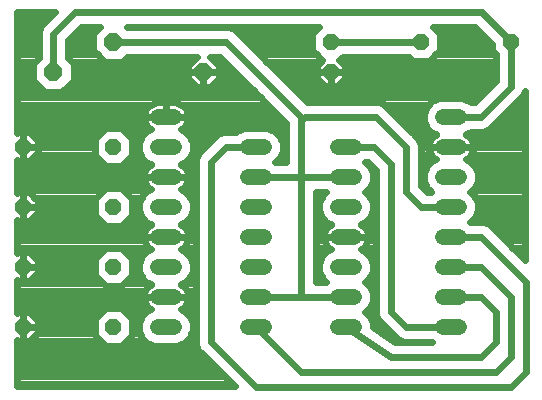
<source format=gbl>
G75*
%MOIN*%
%OFA0B0*%
%FSLAX24Y24*%
%IPPOS*%
%LPD*%
%AMOC8*
5,1,8,0,0,1.08239X$1,22.5*
%
%ADD10C,0.0520*%
%ADD11OC8,0.0520*%
%ADD12OC8,0.0600*%
%ADD13C,0.0240*%
D10*
X005460Y002720D02*
X005980Y002720D01*
X005980Y003720D02*
X005460Y003720D01*
X005460Y004720D02*
X005980Y004720D01*
X005980Y005720D02*
X005460Y005720D01*
X005460Y006720D02*
X005980Y006720D01*
X005980Y007720D02*
X005460Y007720D01*
X005460Y008720D02*
X005980Y008720D01*
X005980Y009720D02*
X005460Y009720D01*
X008460Y008720D02*
X008980Y008720D01*
X008980Y007720D02*
X008460Y007720D01*
X008460Y006720D02*
X008980Y006720D01*
X008980Y005720D02*
X008460Y005720D01*
X008460Y004720D02*
X008980Y004720D01*
X008980Y003720D02*
X008460Y003720D01*
X008460Y002720D02*
X008980Y002720D01*
X011460Y002720D02*
X011980Y002720D01*
X011980Y003720D02*
X011460Y003720D01*
X011460Y004720D02*
X011980Y004720D01*
X011980Y005720D02*
X011460Y005720D01*
X011460Y006720D02*
X011980Y006720D01*
X011980Y007720D02*
X011460Y007720D01*
X011460Y008720D02*
X011980Y008720D01*
X014960Y008720D02*
X015480Y008720D01*
X015480Y007720D02*
X014960Y007720D01*
X014960Y006720D02*
X015480Y006720D01*
X015480Y005720D02*
X014960Y005720D01*
X014960Y004720D02*
X015480Y004720D01*
X015480Y003720D02*
X014960Y003720D01*
X014960Y002720D02*
X015480Y002720D01*
X015480Y009720D02*
X014960Y009720D01*
D11*
X014220Y012220D03*
X017220Y012220D03*
X011220Y012220D03*
X011220Y011220D03*
X003970Y008720D03*
X003970Y006720D03*
X003970Y004720D03*
X003970Y002720D03*
X000970Y002720D03*
X000970Y004720D03*
X000970Y006720D03*
X000970Y008720D03*
D12*
X001970Y011220D03*
X003970Y012220D03*
X006970Y011220D03*
D13*
X000740Y002271D02*
X000740Y000740D01*
X008007Y000740D01*
X006805Y001942D01*
X006730Y002123D01*
X006730Y008317D01*
X006805Y008498D01*
X007442Y009135D01*
X007623Y009210D01*
X008059Y009210D01*
X008103Y009254D01*
X008335Y009350D01*
X009105Y009350D01*
X009337Y009254D01*
X009514Y009077D01*
X009610Y008845D01*
X009610Y008595D01*
X009514Y008363D01*
X009371Y008220D01*
X009381Y008210D01*
X009730Y008210D01*
X009730Y009517D01*
X007517Y011730D01*
X007195Y011730D01*
X007490Y011435D01*
X007490Y011220D01*
X006970Y011220D01*
X006970Y011220D01*
X007490Y011220D01*
X007490Y011005D01*
X007185Y010700D01*
X006970Y010700D01*
X006970Y011220D01*
X006970Y011220D01*
X006970Y011220D01*
X006450Y011220D01*
X006450Y011435D01*
X006745Y011730D01*
X004428Y011730D01*
X004248Y011550D01*
X003692Y011550D01*
X003300Y011942D01*
X003300Y012498D01*
X003512Y012710D01*
X002903Y012710D01*
X002460Y012267D01*
X002460Y011678D01*
X002640Y011498D01*
X002640Y010942D01*
X002248Y010550D01*
X001692Y010550D01*
X001300Y010942D01*
X001300Y011498D01*
X001480Y011678D01*
X001480Y012567D01*
X001555Y012748D01*
X002007Y013200D01*
X000740Y013200D01*
X000740Y009169D01*
X000771Y009200D01*
X000970Y009200D01*
X000970Y008720D01*
X000970Y008720D01*
X001450Y008720D01*
X001450Y008919D01*
X001169Y009200D01*
X000970Y009200D01*
X000970Y008720D01*
X000970Y008720D01*
X001450Y008720D01*
X001450Y008521D01*
X001169Y008240D01*
X000970Y008240D01*
X000970Y008720D01*
X000970Y008720D01*
X000970Y008240D01*
X000771Y008240D01*
X000740Y008271D01*
X000740Y007169D01*
X000771Y007200D01*
X000970Y007200D01*
X000970Y006720D01*
X000970Y006720D01*
X001450Y006720D01*
X001450Y006919D01*
X001169Y007200D01*
X000970Y007200D01*
X000970Y006720D01*
X000970Y006720D01*
X001450Y006720D01*
X001450Y006521D01*
X001169Y006240D01*
X000970Y006240D01*
X000970Y006720D01*
X000970Y006720D01*
X000970Y006240D01*
X000771Y006240D01*
X000740Y006271D01*
X000740Y005169D01*
X000771Y005200D01*
X000970Y005200D01*
X000970Y004720D01*
X000970Y004720D01*
X001450Y004720D01*
X001450Y004919D01*
X001169Y005200D01*
X000970Y005200D01*
X000970Y004720D01*
X000970Y004720D01*
X001450Y004720D01*
X001450Y004521D01*
X001169Y004240D01*
X000970Y004240D01*
X000970Y004720D01*
X000970Y004720D01*
X000970Y004240D01*
X000771Y004240D01*
X000740Y004271D01*
X000740Y003169D01*
X000771Y003200D01*
X000970Y003200D01*
X000970Y002720D01*
X000970Y002720D01*
X001450Y002720D01*
X001450Y002919D01*
X001169Y003200D01*
X000970Y003200D01*
X000970Y002720D01*
X000970Y002720D01*
X001450Y002720D01*
X001450Y002521D01*
X001169Y002240D01*
X000970Y002240D01*
X000970Y002720D01*
X000970Y002720D01*
X000970Y002240D01*
X000771Y002240D01*
X000740Y002271D01*
X000740Y002260D02*
X000751Y002260D01*
X000970Y002260D02*
X000970Y002260D01*
X001189Y002260D02*
X003539Y002260D01*
X003709Y002090D02*
X003340Y002459D01*
X003340Y002981D01*
X003709Y003350D01*
X004231Y003350D01*
X004600Y002981D01*
X004600Y002459D01*
X004231Y002090D01*
X003709Y002090D01*
X003340Y002499D02*
X001427Y002499D01*
X001450Y002737D02*
X003340Y002737D01*
X003340Y002976D02*
X001393Y002976D01*
X000970Y002976D02*
X000970Y002976D01*
X000740Y003214D02*
X003573Y003214D01*
X004367Y003214D02*
X005063Y003214D01*
X005103Y003254D02*
X004926Y003077D01*
X004830Y002845D01*
X004830Y002595D01*
X004926Y002363D01*
X005103Y002186D01*
X005335Y002090D01*
X006105Y002090D01*
X006337Y002186D01*
X006514Y002363D01*
X006610Y002595D01*
X006610Y002845D01*
X006514Y003077D01*
X006337Y003254D01*
X006219Y003303D01*
X006232Y003309D01*
X006293Y003354D01*
X006346Y003407D01*
X006391Y003468D01*
X006425Y003536D01*
X006448Y003608D01*
X006460Y003682D01*
X006460Y003720D01*
X006460Y003758D01*
X006448Y003832D01*
X006425Y003904D01*
X006391Y003972D01*
X006346Y004033D01*
X006293Y004086D01*
X006232Y004131D01*
X006219Y004137D01*
X006337Y004186D01*
X006514Y004363D01*
X006610Y004595D01*
X006610Y004845D01*
X006514Y005077D01*
X006337Y005254D01*
X006219Y005303D01*
X006232Y005309D01*
X006293Y005354D01*
X006346Y005407D01*
X006391Y005468D01*
X006425Y005536D01*
X006448Y005608D01*
X006460Y005682D01*
X006460Y005720D01*
X006460Y005758D01*
X006448Y005832D01*
X006425Y005904D01*
X006391Y005972D01*
X006346Y006033D01*
X006293Y006086D01*
X006232Y006131D01*
X006219Y006137D01*
X006337Y006186D01*
X006514Y006363D01*
X006610Y006595D01*
X006610Y006845D01*
X006514Y007077D01*
X006337Y007254D01*
X006219Y007303D01*
X006232Y007309D01*
X006293Y007354D01*
X006346Y007407D01*
X006391Y007468D01*
X006425Y007536D01*
X006448Y007608D01*
X006460Y007682D01*
X006460Y007720D01*
X006460Y007758D01*
X006448Y007832D01*
X006425Y007904D01*
X006391Y007972D01*
X006346Y008033D01*
X006293Y008086D01*
X006232Y008131D01*
X006219Y008137D01*
X006337Y008186D01*
X006514Y008363D01*
X006610Y008595D01*
X006610Y008845D01*
X006514Y009077D01*
X006337Y009254D01*
X006219Y009303D01*
X006232Y009309D01*
X006293Y009354D01*
X006346Y009407D01*
X006391Y009468D01*
X006425Y009536D01*
X006448Y009608D01*
X006460Y009682D01*
X006460Y009720D01*
X006460Y009758D01*
X006448Y009832D01*
X006425Y009904D01*
X006391Y009972D01*
X006346Y010033D01*
X006293Y010086D01*
X006232Y010131D01*
X009117Y010131D01*
X009355Y009892D02*
X006429Y009892D01*
X006460Y009720D02*
X005720Y009720D01*
X005720Y009720D01*
X005720Y010200D01*
X006018Y010200D01*
X006092Y010188D01*
X006164Y010165D01*
X006232Y010131D01*
X006460Y009720D02*
X005720Y009720D01*
X005720Y009720D01*
X005720Y009720D01*
X004980Y009720D01*
X004980Y009758D01*
X004992Y009832D01*
X005015Y009904D01*
X005049Y009972D01*
X005094Y010033D01*
X005147Y010086D01*
X005208Y010131D01*
X000740Y010131D01*
X000740Y009892D02*
X005011Y009892D01*
X004980Y009720D02*
X004980Y009682D01*
X004992Y009608D01*
X005015Y009536D01*
X005049Y009468D01*
X005094Y009407D01*
X005147Y009354D01*
X005208Y009309D01*
X005221Y009303D01*
X005103Y009254D01*
X004926Y009077D01*
X004830Y008845D01*
X004830Y008595D01*
X004926Y008363D01*
X005103Y008186D01*
X005221Y008137D01*
X005208Y008131D01*
X005147Y008086D01*
X005094Y008033D01*
X005049Y007972D01*
X005015Y007904D01*
X004992Y007832D01*
X004980Y007758D01*
X004980Y007720D01*
X005720Y007720D01*
X006460Y007720D01*
X005720Y007720D01*
X005720Y007720D01*
X005720Y007720D01*
X004980Y007720D01*
X004980Y007682D01*
X004992Y007608D01*
X005015Y007536D01*
X005049Y007468D01*
X005094Y007407D01*
X005147Y007354D01*
X005208Y007309D01*
X005221Y007303D01*
X005103Y007254D01*
X004926Y007077D01*
X004830Y006845D01*
X004830Y006595D01*
X004926Y006363D01*
X005103Y006186D01*
X005221Y006137D01*
X005208Y006131D01*
X005147Y006086D01*
X005094Y006033D01*
X005049Y005972D01*
X005015Y005904D01*
X004992Y005832D01*
X004980Y005758D01*
X004980Y005720D01*
X005720Y005720D01*
X006460Y005720D01*
X005720Y005720D01*
X005720Y005720D01*
X005720Y005720D01*
X004980Y005720D01*
X004980Y005682D01*
X004992Y005608D01*
X005015Y005536D01*
X005049Y005468D01*
X005094Y005407D01*
X005147Y005354D01*
X005208Y005309D01*
X005221Y005303D01*
X005103Y005254D01*
X004926Y005077D01*
X004830Y004845D01*
X004830Y004595D01*
X004926Y004363D01*
X005103Y004186D01*
X005221Y004137D01*
X005208Y004131D01*
X005147Y004086D01*
X005094Y004033D01*
X005049Y003972D01*
X005015Y003904D01*
X004992Y003832D01*
X004980Y003758D01*
X004980Y003720D01*
X005720Y003720D01*
X006460Y003720D01*
X005720Y003720D01*
X005720Y003720D01*
X005720Y003720D01*
X004980Y003720D01*
X004980Y003682D01*
X004992Y003608D01*
X005015Y003536D01*
X005049Y003468D01*
X005094Y003407D01*
X005147Y003354D01*
X005208Y003309D01*
X005221Y003303D01*
X005103Y003254D01*
X005061Y003453D02*
X000740Y003453D01*
X000740Y003691D02*
X004980Y003691D01*
X005028Y003930D02*
X000740Y003930D01*
X000740Y004168D02*
X003631Y004168D01*
X003709Y004090D02*
X004231Y004090D01*
X004600Y004459D01*
X004600Y004981D01*
X004231Y005350D01*
X003709Y005350D01*
X003340Y004981D01*
X003340Y004459D01*
X003709Y004090D01*
X003393Y004407D02*
X001335Y004407D01*
X001450Y004645D02*
X003340Y004645D01*
X003340Y004884D02*
X001450Y004884D01*
X001247Y005122D02*
X003481Y005122D01*
X004459Y005122D02*
X004971Y005122D01*
X004846Y004884D02*
X004600Y004884D01*
X004600Y004645D02*
X004830Y004645D01*
X004908Y004407D02*
X004547Y004407D01*
X004309Y004168D02*
X005146Y004168D01*
X006294Y004168D02*
X006730Y004168D01*
X006730Y003930D02*
X006412Y003930D01*
X006460Y003691D02*
X006730Y003691D01*
X006730Y003453D02*
X006379Y003453D01*
X006377Y003214D02*
X006730Y003214D01*
X006730Y002976D02*
X006556Y002976D01*
X006610Y002737D02*
X006730Y002737D01*
X006730Y002499D02*
X006570Y002499D01*
X006411Y002260D02*
X006730Y002260D01*
X006772Y002022D02*
X000740Y002022D01*
X000740Y001783D02*
X006964Y001783D01*
X007203Y001545D02*
X000740Y001545D01*
X000740Y001306D02*
X007441Y001306D01*
X007680Y001068D02*
X000740Y001068D01*
X000740Y000829D02*
X007918Y000829D01*
X008720Y000720D02*
X007220Y002220D01*
X007220Y008220D01*
X007720Y008720D01*
X008720Y008720D01*
X009373Y008223D02*
X009730Y008223D01*
X009730Y008461D02*
X009555Y008461D01*
X009610Y008700D02*
X009730Y008700D01*
X009730Y008938D02*
X009572Y008938D01*
X009414Y009177D02*
X009730Y009177D01*
X009730Y009415D02*
X006352Y009415D01*
X006414Y009177D02*
X007542Y009177D01*
X007245Y008938D02*
X006572Y008938D01*
X006610Y008700D02*
X007007Y008700D01*
X006789Y008461D02*
X006555Y008461D01*
X006730Y008223D02*
X006373Y008223D01*
X006381Y007984D02*
X006730Y007984D01*
X006730Y007746D02*
X006460Y007746D01*
X006410Y007507D02*
X006730Y007507D01*
X006730Y007269D02*
X006302Y007269D01*
X006533Y007030D02*
X006730Y007030D01*
X006730Y006792D02*
X006610Y006792D01*
X006593Y006553D02*
X006730Y006553D01*
X006730Y006315D02*
X006465Y006315D01*
X006303Y006076D02*
X006730Y006076D01*
X006730Y005838D02*
X006447Y005838D01*
X006445Y005599D02*
X006730Y005599D01*
X006730Y005361D02*
X006299Y005361D01*
X006469Y005122D02*
X006730Y005122D01*
X006730Y004884D02*
X006594Y004884D01*
X006610Y004645D02*
X006730Y004645D01*
X006730Y004407D02*
X006532Y004407D01*
X005141Y005361D02*
X000740Y005361D01*
X000740Y005599D02*
X004995Y005599D01*
X004993Y005838D02*
X000740Y005838D01*
X000740Y006076D02*
X005137Y006076D01*
X004975Y006315D02*
X004455Y006315D01*
X004600Y006459D02*
X004231Y006090D01*
X003709Y006090D01*
X003340Y006459D01*
X003340Y006981D01*
X003709Y007350D01*
X004231Y007350D01*
X004600Y006981D01*
X004600Y006459D01*
X004600Y006553D02*
X004847Y006553D01*
X004830Y006792D02*
X004600Y006792D01*
X004551Y007030D02*
X004907Y007030D01*
X005138Y007269D02*
X004312Y007269D01*
X003628Y007269D02*
X000740Y007269D01*
X000740Y007507D02*
X005030Y007507D01*
X004980Y007746D02*
X000740Y007746D01*
X000740Y007984D02*
X005059Y007984D01*
X005067Y008223D02*
X004363Y008223D01*
X004231Y008090D02*
X004600Y008459D01*
X004600Y008981D01*
X004231Y009350D01*
X003709Y009350D01*
X003340Y008981D01*
X003340Y008459D01*
X003709Y008090D01*
X004231Y008090D01*
X004600Y008461D02*
X004885Y008461D01*
X004830Y008700D02*
X004600Y008700D01*
X004600Y008938D02*
X004868Y008938D01*
X005026Y009177D02*
X004404Y009177D01*
X005088Y009415D02*
X000740Y009415D01*
X000740Y009177D02*
X000748Y009177D01*
X000970Y009177D02*
X000970Y009177D01*
X001192Y009177D02*
X003536Y009177D01*
X003340Y008938D02*
X001431Y008938D01*
X001450Y008700D02*
X003340Y008700D01*
X003340Y008461D02*
X001390Y008461D01*
X000970Y008461D02*
X000970Y008461D01*
X000970Y008700D02*
X000970Y008700D01*
X000970Y008938D02*
X000970Y008938D01*
X000740Y008223D02*
X003577Y008223D01*
X003389Y007030D02*
X001339Y007030D01*
X001450Y006792D02*
X003340Y006792D01*
X003340Y006553D02*
X001450Y006553D01*
X001243Y006315D02*
X003485Y006315D01*
X000970Y006315D02*
X000970Y006315D01*
X000970Y006553D02*
X000970Y006553D01*
X000970Y006792D02*
X000970Y006792D01*
X000970Y007030D02*
X000970Y007030D01*
X000970Y005122D02*
X000970Y005122D01*
X000970Y004884D02*
X000970Y004884D01*
X000970Y004645D02*
X000970Y004645D01*
X000970Y004407D02*
X000970Y004407D01*
X000970Y002737D02*
X000970Y002737D01*
X000970Y002499D02*
X000970Y002499D01*
X004401Y002260D02*
X005029Y002260D01*
X004870Y002499D02*
X004600Y002499D01*
X004600Y002737D02*
X004830Y002737D01*
X004884Y002976D02*
X004600Y002976D01*
X008720Y002720D02*
X010220Y001220D01*
X016720Y001220D01*
X017220Y001720D01*
X017220Y003720D01*
X016220Y004720D01*
X015220Y004720D01*
X015220Y003720D02*
X016220Y003720D01*
X016720Y003220D01*
X016720Y002220D01*
X016220Y001720D01*
X013220Y001720D01*
X011720Y002720D01*
X012371Y003220D02*
X012514Y003363D01*
X012610Y003595D01*
X012610Y003845D01*
X012514Y004077D01*
X012371Y004220D01*
X012514Y004363D01*
X012610Y004595D01*
X012610Y004845D01*
X012514Y005077D01*
X012337Y005254D01*
X012219Y005303D01*
X012232Y005309D01*
X012293Y005354D01*
X012346Y005407D01*
X012391Y005468D01*
X012425Y005536D01*
X012448Y005608D01*
X012460Y005682D01*
X012460Y005720D01*
X012460Y005758D01*
X012448Y005832D01*
X012425Y005904D01*
X012391Y005972D01*
X012346Y006033D01*
X012293Y006086D01*
X012232Y006131D01*
X012219Y006137D01*
X012337Y006186D01*
X012514Y006363D01*
X012610Y006595D01*
X012610Y006845D01*
X012514Y007077D01*
X012371Y007220D01*
X012514Y007363D01*
X012610Y007595D01*
X012610Y007845D01*
X012514Y008077D01*
X012371Y008220D01*
X012381Y008230D01*
X012453Y008230D01*
X012730Y007953D01*
X012730Y003123D01*
X012805Y002942D01*
X012942Y002805D01*
X013305Y002442D01*
X013442Y002305D01*
X013623Y002230D01*
X014559Y002230D01*
X014579Y002210D01*
X013368Y002210D01*
X012610Y002716D01*
X012610Y002845D01*
X012514Y003077D01*
X012371Y003220D01*
X012377Y003214D02*
X012730Y003214D01*
X012791Y002976D02*
X012556Y002976D01*
X012610Y002737D02*
X013010Y002737D01*
X012936Y002499D02*
X013249Y002499D01*
X013293Y002260D02*
X013550Y002260D01*
X013720Y002720D02*
X015220Y002720D01*
X013720Y002720D02*
X013220Y003220D01*
X013220Y008156D01*
X012656Y008720D01*
X011720Y008720D01*
X012373Y008223D02*
X012460Y008223D01*
X012553Y007984D02*
X012699Y007984D01*
X012730Y007746D02*
X012610Y007746D01*
X012574Y007507D02*
X012730Y007507D01*
X012730Y007269D02*
X012419Y007269D01*
X012533Y007030D02*
X012730Y007030D01*
X012730Y006792D02*
X012610Y006792D01*
X012593Y006553D02*
X012730Y006553D01*
X012730Y006315D02*
X012465Y006315D01*
X012303Y006076D02*
X012730Y006076D01*
X012730Y005838D02*
X012447Y005838D01*
X012460Y005720D02*
X011720Y005720D01*
X011720Y005720D01*
X011720Y005720D01*
X010980Y005720D01*
X010980Y005758D01*
X010992Y005832D01*
X011015Y005904D01*
X011049Y005972D01*
X011094Y006033D01*
X011147Y006086D01*
X011208Y006131D01*
X011221Y006137D01*
X011103Y006186D01*
X010926Y006363D01*
X010830Y006595D01*
X010830Y006845D01*
X010926Y007077D01*
X011069Y007220D01*
X011059Y007230D01*
X010710Y007230D01*
X010710Y004210D01*
X011059Y004210D01*
X011069Y004220D01*
X010926Y004363D01*
X010830Y004595D01*
X010830Y004845D01*
X010926Y005077D01*
X011103Y005254D01*
X011221Y005303D01*
X011208Y005309D01*
X011147Y005354D01*
X011094Y005407D01*
X011049Y005468D01*
X011015Y005536D01*
X010992Y005608D01*
X010980Y005682D01*
X010980Y005720D01*
X011720Y005720D01*
X012460Y005720D01*
X012445Y005599D02*
X012730Y005599D01*
X012730Y005361D02*
X012299Y005361D01*
X012469Y005122D02*
X012730Y005122D01*
X012730Y004884D02*
X012594Y004884D01*
X012610Y004645D02*
X012730Y004645D01*
X012730Y004407D02*
X012532Y004407D01*
X012423Y004168D02*
X012730Y004168D01*
X012730Y003930D02*
X012575Y003930D01*
X012610Y003691D02*
X012730Y003691D01*
X012730Y003453D02*
X012551Y003453D01*
X011720Y003720D02*
X010220Y003720D01*
X010220Y007702D01*
X010238Y007720D01*
X010220Y007738D01*
X010220Y009594D01*
X010346Y009720D01*
X012720Y009720D01*
X013720Y008720D01*
X013720Y007220D01*
X014220Y006720D01*
X015220Y006720D01*
X015871Y007220D02*
X016014Y007363D01*
X016110Y007595D01*
X016110Y007845D01*
X016014Y008077D01*
X015837Y008254D01*
X015719Y008303D01*
X015732Y008309D01*
X015793Y008354D01*
X015846Y008407D01*
X015891Y008468D01*
X015925Y008536D01*
X015948Y008608D01*
X015960Y008682D01*
X015960Y008720D01*
X015960Y008758D01*
X015948Y008832D01*
X015925Y008904D01*
X015891Y008972D01*
X015846Y009033D01*
X015793Y009086D01*
X015732Y009131D01*
X015719Y009137D01*
X015837Y009186D01*
X015881Y009230D01*
X016317Y009230D01*
X016498Y009305D01*
X017498Y010305D01*
X017635Y010442D01*
X017700Y010598D01*
X017700Y004933D01*
X016498Y006135D01*
X016317Y006210D01*
X015881Y006210D01*
X015871Y006220D01*
X016014Y006363D01*
X016110Y006595D01*
X016110Y006845D01*
X016014Y007077D01*
X015871Y007220D01*
X015919Y007269D02*
X017700Y007269D01*
X017700Y007507D02*
X016074Y007507D01*
X016110Y007746D02*
X017700Y007746D01*
X017700Y007984D02*
X016053Y007984D01*
X015868Y008223D02*
X017700Y008223D01*
X017700Y008461D02*
X015885Y008461D01*
X015960Y008700D02*
X017700Y008700D01*
X017700Y008938D02*
X015908Y008938D01*
X015960Y008720D02*
X015220Y008720D01*
X015220Y008720D01*
X015220Y008720D01*
X014480Y008720D01*
X014480Y008758D01*
X014492Y008832D01*
X014515Y008904D01*
X014549Y008972D01*
X014594Y009033D01*
X014647Y009086D01*
X014708Y009131D01*
X014721Y009137D01*
X014603Y009186D01*
X014426Y009363D01*
X014330Y009595D01*
X014330Y009845D01*
X014426Y010077D01*
X014603Y010254D01*
X014835Y010350D01*
X015605Y010350D01*
X015837Y010254D01*
X015881Y010210D01*
X016017Y010210D01*
X016730Y010923D01*
X016730Y011819D01*
X016590Y011959D01*
X016590Y012157D01*
X016037Y012710D01*
X014621Y012710D01*
X014850Y012481D01*
X014850Y011959D01*
X014481Y011590D01*
X013959Y011590D01*
X013819Y011730D01*
X011621Y011730D01*
X011505Y011614D01*
X011700Y011419D01*
X011700Y011220D01*
X011220Y011220D01*
X011220Y011220D01*
X011700Y011220D01*
X011700Y011021D01*
X011419Y010740D01*
X011220Y010740D01*
X011220Y011220D01*
X011220Y011220D01*
X011220Y011220D01*
X010740Y011220D01*
X010740Y011419D01*
X010935Y011614D01*
X010590Y011959D01*
X010590Y012481D01*
X010819Y012710D01*
X004428Y012710D01*
X007623Y012710D01*
X007817Y012710D01*
X007998Y012635D01*
X010423Y010210D01*
X012817Y010210D01*
X012998Y010135D01*
X013135Y009998D01*
X013135Y009998D01*
X013998Y009135D01*
X013998Y009135D01*
X014135Y008998D01*
X014210Y008817D01*
X014210Y007423D01*
X014423Y007210D01*
X014559Y007210D01*
X014569Y007220D01*
X014426Y007363D01*
X014330Y007595D01*
X014330Y007845D01*
X014426Y008077D01*
X014603Y008254D01*
X014721Y008303D01*
X014708Y008309D01*
X014647Y008354D01*
X014594Y008407D01*
X014549Y008468D01*
X014515Y008536D01*
X014492Y008608D01*
X014480Y008682D01*
X014480Y008720D01*
X015220Y008720D01*
X015960Y008720D01*
X015814Y009177D02*
X017700Y009177D01*
X017700Y009415D02*
X016608Y009415D01*
X016846Y009654D02*
X017700Y009654D01*
X017700Y009892D02*
X017085Y009892D01*
X017323Y010131D02*
X017700Y010131D01*
X017700Y010369D02*
X017562Y010369D01*
X017220Y010720D02*
X017220Y012220D01*
X016240Y013200D01*
X002700Y013200D01*
X001970Y012470D01*
X001970Y011220D01*
X001300Y011323D02*
X000740Y011323D01*
X000740Y011085D02*
X001300Y011085D01*
X001396Y010846D02*
X000740Y010846D01*
X000740Y010608D02*
X001635Y010608D01*
X002305Y010608D02*
X008640Y010608D01*
X008878Y010369D02*
X000740Y010369D01*
X000740Y009654D02*
X004985Y009654D01*
X004980Y009720D02*
X005720Y009720D01*
X005720Y010200D01*
X005422Y010200D01*
X005348Y010188D01*
X005276Y010165D01*
X005208Y010131D01*
X005720Y010131D02*
X005720Y010131D01*
X005720Y009892D02*
X005720Y009892D01*
X006455Y009654D02*
X009594Y009654D01*
X010220Y009594D02*
X010220Y009720D01*
X007720Y012220D01*
X003970Y012220D01*
X003442Y011800D02*
X002460Y011800D01*
X002576Y011562D02*
X003681Y011562D01*
X003300Y012039D02*
X002460Y012039D01*
X002470Y012277D02*
X003300Y012277D01*
X003318Y012516D02*
X002708Y012516D01*
X001800Y012993D02*
X000740Y012993D01*
X000740Y012754D02*
X001561Y012754D01*
X001480Y012516D02*
X000740Y012516D01*
X000740Y012277D02*
X001480Y012277D01*
X001480Y012039D02*
X000740Y012039D01*
X000740Y011800D02*
X001480Y011800D01*
X001364Y011562D02*
X000740Y011562D01*
X002544Y010846D02*
X006609Y010846D01*
X006755Y010700D02*
X006450Y011005D01*
X006450Y011220D01*
X006970Y011220D01*
X006970Y010700D01*
X006755Y010700D01*
X006970Y010846D02*
X006970Y010846D01*
X006970Y011085D02*
X006970Y011085D01*
X007331Y010846D02*
X008401Y010846D01*
X008163Y011085D02*
X007490Y011085D01*
X007490Y011323D02*
X007924Y011323D01*
X007686Y011562D02*
X007364Y011562D01*
X006576Y011562D02*
X004259Y011562D01*
X004428Y012710D02*
X004428Y012710D01*
X002640Y011323D02*
X006450Y011323D01*
X006450Y011085D02*
X002640Y011085D01*
X008117Y012516D02*
X010625Y012516D01*
X010590Y012277D02*
X008356Y012277D01*
X008594Y012039D02*
X010590Y012039D01*
X010749Y011800D02*
X008833Y011800D01*
X009071Y011562D02*
X010883Y011562D01*
X010740Y011323D02*
X009310Y011323D01*
X009548Y011085D02*
X010740Y011085D01*
X010740Y011021D02*
X011021Y010740D01*
X011220Y010740D01*
X011220Y011220D01*
X010740Y011220D01*
X010740Y011021D01*
X010915Y010846D02*
X009787Y010846D01*
X010025Y010608D02*
X016415Y010608D01*
X016653Y010846D02*
X011525Y010846D01*
X011700Y011085D02*
X016730Y011085D01*
X016730Y011323D02*
X011700Y011323D01*
X011557Y011562D02*
X016730Y011562D01*
X016730Y011800D02*
X014691Y011800D01*
X014850Y012039D02*
X016590Y012039D01*
X016470Y012277D02*
X014850Y012277D01*
X014815Y012516D02*
X016232Y012516D01*
X014220Y012220D02*
X011220Y012220D01*
X011220Y011085D02*
X011220Y011085D01*
X011220Y010846D02*
X011220Y010846D01*
X010264Y010369D02*
X016176Y010369D01*
X016220Y009720D02*
X017220Y010720D01*
X016220Y009720D02*
X015220Y009720D01*
X014626Y009177D02*
X013956Y009177D01*
X013718Y009415D02*
X014404Y009415D01*
X014330Y009654D02*
X013479Y009654D01*
X013241Y009892D02*
X014349Y009892D01*
X014480Y010131D02*
X013002Y010131D01*
X014160Y008938D02*
X014532Y008938D01*
X014480Y008700D02*
X014210Y008700D01*
X014210Y008461D02*
X014555Y008461D01*
X014572Y008223D02*
X014210Y008223D01*
X014210Y007984D02*
X014387Y007984D01*
X014330Y007746D02*
X014210Y007746D01*
X014210Y007507D02*
X014366Y007507D01*
X014364Y007269D02*
X014521Y007269D01*
X016033Y007030D02*
X017700Y007030D01*
X017700Y006792D02*
X016110Y006792D01*
X016093Y006553D02*
X017700Y006553D01*
X017700Y006315D02*
X015965Y006315D01*
X016557Y006076D02*
X017700Y006076D01*
X017700Y005838D02*
X016795Y005838D01*
X017034Y005599D02*
X017700Y005599D01*
X017700Y005361D02*
X017272Y005361D01*
X017511Y005122D02*
X017700Y005122D01*
X017720Y004220D02*
X017720Y001220D01*
X017220Y000720D01*
X008720Y000720D01*
X008720Y003720D02*
X010220Y003720D01*
X010710Y004407D02*
X010908Y004407D01*
X010830Y004645D02*
X010710Y004645D01*
X010710Y004884D02*
X010846Y004884D01*
X010971Y005122D02*
X010710Y005122D01*
X010710Y005361D02*
X011141Y005361D01*
X010995Y005599D02*
X010710Y005599D01*
X010710Y005838D02*
X010993Y005838D01*
X011137Y006076D02*
X010710Y006076D01*
X010710Y006315D02*
X010975Y006315D01*
X010847Y006553D02*
X010710Y006553D01*
X010710Y006792D02*
X010830Y006792D01*
X010907Y007030D02*
X010710Y007030D01*
X010238Y007720D02*
X011720Y007720D01*
X010238Y007720D02*
X008720Y007720D01*
X015220Y005720D02*
X016220Y005720D01*
X017720Y004220D01*
M02*

</source>
